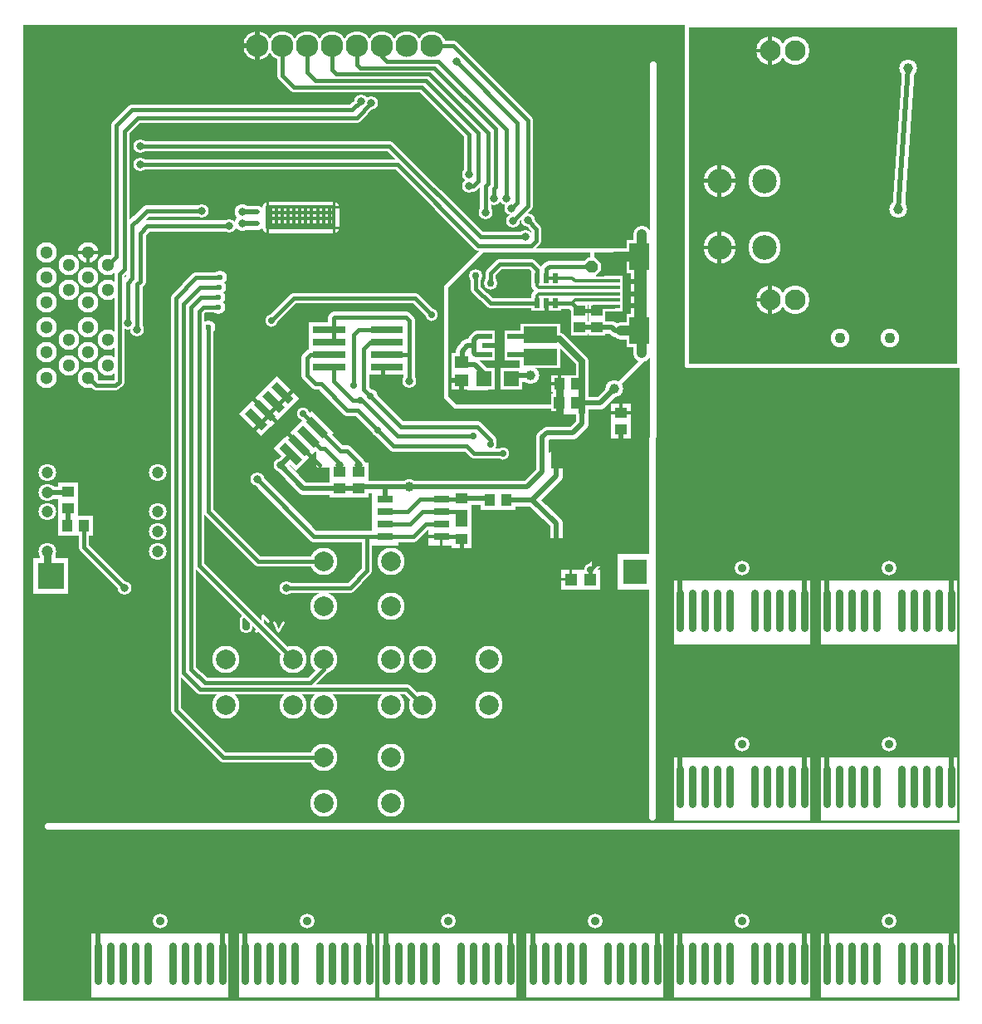
<source format=gbr>
%FSLAX34Y34*%
%MOMM*%
%LNCOPPER_BOTTOM*%
G71*
G01*
%ADD10C, 0.002*%
%ADD11R, 1.590X1.200*%
%ADD12C, 1.150*%
%ADD13R, 4.100X2.300*%
%ADD14C, 1.400*%
%ADD15C, 0.500*%
%ADD16R, 2.200X2.200*%
%ADD17R, 2.000X1.900*%
%ADD18C, 1.800*%
%ADD19C, 1.500*%
%ADD20C, 1.300*%
%ADD21R, 2.800X1.870*%
%ADD22R, 1.900X2.000*%
%ADD23R, 1.950X1.000*%
%ADD24R, 2.600X3.350*%
%ADD25C, 1.350*%
%ADD26C, 1.850*%
%ADD27C, 0.900*%
%ADD28R, 1.800X1.700*%
%ADD29C, 1.300*%
%ADD30C, 0.400*%
%ADD31C, 1.350*%
%ADD32C, 1.200*%
%ADD33C, 1.600*%
%ADD34C, 1.400*%
%ADD35R, 3.200X1.600*%
%ADD36R, 1.700X1.800*%
%ADD37R, 4.100X1.600*%
%ADD38R, 3.100X1.600*%
%ADD39C, 0.700*%
%ADD40R, 1.200X1.590*%
%ADD41C, 1.100*%
%ADD42C, 1.000*%
%ADD43R, 2.000X2.100*%
%ADD44C, 0.150*%
%ADD45C, 0.300*%
%ADD46C, 0.950*%
%ADD47C, 1.800*%
%ADD48C, 1.400*%
%ADD49C, 2.100*%
%ADD50C, 1.800*%
%ADD51C, 1.600*%
%ADD52C, 2.900*%
%ADD53C, 2.800*%
%ADD54C, 0.286*%
%ADD55C, 0.100*%
%ADD56C, 3.300*%
%ADD57C, 1.900*%
%ADD58C, 2.900*%
%ADD59C, 0.498*%
%ADD60C, 0.304*%
%ADD61C, 0.330*%
%ADD62C, 0.367*%
%ADD63C, 0.272*%
%ADD64C, 0.299*%
%ADD65C, 0.475*%
%ADD66C, 0.417*%
%ADD67C, 0.385*%
%ADD68R, 0.990X0.600*%
%ADD69C, 0.550*%
%ADD70R, 3.500X1.700*%
%ADD71C, 0.800*%
%ADD72R, 1.600X1.600*%
%ADD73R, 1.400X1.300*%
%ADD74C, 1.000*%
%ADD75C, 0.700*%
%ADD76R, 1.600X0.670*%
%ADD77R, 1.200X1.100*%
%ADD78R, 1.100X1.200*%
%ADD79C, 0.500*%
%ADD80R, 1.350X0.400*%
%ADD81R, 2.000X2.750*%
%ADD82C, 0.750*%
%ADD83C, 1.250*%
%ADD84C, 0.350*%
%ADD85C, 0.800*%
%ADD86C, 0.280*%
%ADD87C, 3.000*%
%ADD88R, 2.400X0.800*%
%ADD89R, 3.300X0.800*%
%ADD90R, 2.300X0.800*%
%ADD91C, 0.900*%
%ADD92C, 0.750*%
%ADD93R, 0.600X0.990*%
%ADD94C, 2.000*%
%ADD95R, 1.500X3.000*%
%ADD96R, 2.000X3.000*%
%ADD97R, 1.200X1.300*%
%ADD98C, 0.600*%
%ADD99C, 1.300*%
%ADD100C, 2.800*%
%ADD101C, 1.200*%
%ADD102C, 2.300*%
%ADD103C, 2.000*%
%ADD104C, 2.500*%
%ADD105C, 1.100*%
%ADD106C, 2.100*%
%LPD*%
G54D10*
X0Y1000000D02*
X954000Y1000000D01*
X954000Y6000D01*
X0Y6000D01*
X0Y1000000D01*
G36*
X0Y1000000D02*
X954000Y1000000D01*
X954000Y6000D01*
X0Y6000D01*
X0Y1000000D01*
G37*
%LPC*%
X472846Y663380D02*
G54D11*
D03*
X472849Y672785D02*
G54D11*
D03*
X472846Y682380D02*
G54D11*
D03*
X498746Y682380D02*
G54D11*
D03*
X498746Y663380D02*
G54D11*
D03*
G54D12*
X472846Y663380D02*
X461586Y663380D01*
X459447Y665519D01*
X459447Y678616D01*
X463212Y682380D01*
X472846Y682380D01*
X526918Y660912D02*
G54D13*
D03*
X526918Y683912D02*
G54D13*
D03*
G54D12*
X498746Y682380D02*
X534786Y682380D01*
G54D12*
X498746Y663380D02*
X535023Y663380D01*
G54D14*
X546644Y614624D02*
X546644Y633674D01*
G36*
X493267Y681559D02*
X493267Y662509D01*
X542480Y660524D01*
X545453Y673481D01*
X541686Y685527D01*
X493267Y681559D01*
G37*
G54D15*
X493267Y681559D02*
X493267Y662509D01*
X542480Y660524D01*
X545453Y673481D01*
X541686Y685527D01*
X493267Y681559D01*
X497986Y638583D02*
G54D16*
D03*
X469986Y638583D02*
G54D16*
D03*
X447073Y637075D02*
G54D17*
D03*
X447075Y656080D02*
G54D17*
D03*
X517256Y642274D02*
G54D18*
D03*
X602712Y628919D02*
G54D18*
D03*
X343444Y616728D02*
G54D19*
D03*
X353704Y621278D02*
G54D19*
D03*
X361677Y586318D02*
G54D20*
D03*
G36*
X605637Y424127D02*
X605637Y460127D01*
X641637Y460127D01*
X641637Y424127D01*
X605637Y424127D01*
G37*
X336696Y632371D02*
G54D19*
D03*
X426303Y516423D02*
G54D21*
D03*
X426302Y503723D02*
G54D21*
D03*
X426303Y491022D02*
G54D21*
D03*
X426302Y478322D02*
G54D21*
D03*
X369303Y478322D02*
G54D21*
D03*
X369303Y491022D02*
G54D21*
D03*
X369303Y503722D02*
G54D21*
D03*
X369303Y516422D02*
G54D21*
D03*
X446771Y493007D02*
G54D17*
D03*
X446771Y476007D02*
G54D17*
D03*
X446771Y517151D02*
G54D17*
D03*
X446770Y500151D02*
G54D17*
D03*
X475890Y515700D02*
G54D22*
D03*
X492890Y515700D02*
G54D22*
D03*
G36*
X220286Y603375D02*
X231600Y614688D01*
X254226Y592058D01*
X242911Y580746D01*
X220286Y603375D01*
G37*
G36*
X229266Y612355D02*
X240580Y623668D01*
X263206Y601039D01*
X251892Y589726D01*
X229266Y612355D01*
G37*
G36*
X238246Y621336D02*
X249561Y632648D01*
X272186Y610019D01*
X260871Y598706D01*
X238246Y621336D01*
G37*
G36*
X247226Y630313D02*
X258539Y641628D01*
X281167Y619001D01*
X269854Y607687D01*
X247226Y630313D01*
G37*
G36*
X282581Y594959D02*
X293895Y606273D01*
X316522Y583645D01*
X305209Y572331D01*
X282581Y594959D01*
G37*
G36*
X273601Y585977D02*
X284914Y597292D01*
X307543Y574666D01*
X296230Y563351D01*
X273601Y585977D01*
G37*
G36*
X264621Y576998D02*
X275934Y588312D01*
X298562Y565685D01*
X287249Y554371D01*
X264621Y576998D01*
G37*
G36*
X255641Y568018D02*
X266955Y579332D01*
X289582Y556704D01*
X278268Y545391D01*
X255641Y568018D01*
G37*
X44673Y489012D02*
G54D22*
D03*
X61675Y489008D02*
G54D22*
D03*
X601986Y738588D02*
G54D23*
D03*
X601986Y732088D02*
G54D23*
D03*
X601986Y725588D02*
G54D23*
D03*
X601986Y719088D02*
G54D23*
D03*
X601986Y712588D02*
G54D23*
D03*
X628339Y688088D02*
G54D24*
D03*
X628339Y763088D02*
G54D24*
D03*
X461027Y743720D02*
G54D25*
D03*
G36*
X588767Y749414D02*
X583356Y744002D01*
X575678Y744002D01*
X570267Y749414D01*
X570267Y757092D01*
X575678Y762502D01*
X583356Y762502D01*
X588767Y757092D01*
X588767Y749414D01*
G37*
G54D26*
X628736Y763088D02*
X628736Y688088D01*
G54D27*
X601986Y719088D02*
X562784Y719088D01*
X559460Y715764D01*
X476397Y572278D02*
G54D20*
D03*
X458934Y580215D02*
G54D20*
D03*
X489224Y562752D02*
G54D20*
D03*
G54D12*
X523952Y715767D02*
X523952Y723814D01*
X525726Y725588D01*
X601986Y725588D01*
X584909Y691572D02*
G54D28*
D03*
X584909Y708572D02*
G54D28*
D03*
X567050Y691572D02*
G54D28*
D03*
X567050Y708572D02*
G54D28*
D03*
G54D29*
X566653Y691572D02*
X599826Y691572D01*
X603310Y688088D01*
X609660Y688088D01*
X476828Y736649D02*
G54D25*
D03*
G54D29*
X514477Y642274D02*
X496002Y642274D01*
G54D30*
X467666Y770318D02*
X430740Y733393D01*
X430740Y620712D01*
X440281Y611171D01*
X584368Y611171D01*
X637210Y664014D01*
X637210Y769445D01*
X636338Y770318D01*
X467666Y770318D01*
G54D29*
X468795Y634733D02*
X468795Y644570D01*
X460063Y653302D01*
X447472Y653302D01*
G54D31*
X447472Y654889D02*
X447472Y667177D01*
X452981Y672687D01*
X458934Y672687D01*
G54D32*
X322733Y550836D02*
X322733Y552420D01*
X307243Y567911D01*
X302982Y567911D01*
X290572Y580322D01*
G54D32*
X341783Y553611D02*
X329865Y565530D01*
X323324Y565530D01*
X299552Y589302D01*
X223659Y808816D02*
G54D33*
D03*
X223655Y797706D02*
G54D33*
D03*
G54D29*
X238627Y797707D02*
X223655Y797706D01*
G54D29*
X238631Y808816D02*
X223659Y808816D01*
X393577Y529018D02*
G54D33*
D03*
X45240Y524071D02*
G54D17*
D03*
X45237Y507069D02*
G54D17*
D03*
G54D29*
X24453Y523124D02*
X46830Y523124D01*
G54D29*
X45237Y507069D02*
X45237Y489571D01*
X479969Y823102D02*
G54D34*
D03*
X471153Y808731D02*
G54D34*
D03*
X492669Y822706D02*
G54D34*
D03*
X497842Y812784D02*
G54D34*
D03*
X499160Y799594D02*
G54D34*
D03*
X366218Y688888D02*
G54D35*
D03*
X366218Y676188D02*
G54D35*
D03*
X366218Y663488D02*
G54D35*
D03*
X366218Y650788D02*
G54D35*
D03*
X316218Y650788D02*
G54D35*
D03*
X316218Y663488D02*
G54D35*
D03*
X316218Y676188D02*
G54D35*
D03*
X316218Y688888D02*
G54D35*
D03*
G54D32*
X316218Y688888D02*
X316218Y676188D01*
G54D32*
X367012Y688888D02*
X341786Y688888D01*
X336697Y683799D01*
X336696Y632371D01*
G54D32*
X451791Y570293D02*
X377702Y570293D01*
X361677Y586318D01*
G54D32*
X458934Y580215D02*
X381544Y580215D01*
G36*
X292573Y663488D02*
X289072Y659987D01*
X289072Y642319D01*
X303610Y633543D01*
X329950Y607202D01*
X344615Y603380D01*
X345428Y634587D01*
X328362Y651652D01*
X292573Y663488D01*
G37*
G54D30*
X292573Y663488D02*
X289072Y659987D01*
X289072Y642319D01*
X303610Y633543D01*
X329950Y607202D01*
X344615Y603380D01*
X345428Y634587D01*
X328362Y651652D01*
X292573Y663488D01*
G36*
X317250Y701659D02*
X366218Y701659D01*
X366218Y663488D01*
X317250Y663488D01*
X317250Y701659D01*
G37*
G54D30*
X317250Y701659D02*
X366218Y701659D01*
X366218Y663488D01*
X317250Y663488D01*
X317250Y701659D01*
G54D29*
X567216Y614624D02*
X588417Y614624D01*
X602712Y628919D01*
G36*
X462606Y590037D02*
X476397Y572278D01*
X459331Y562752D01*
X451791Y570293D01*
X441671Y588946D01*
X462606Y590037D01*
G37*
G54D30*
X462606Y590037D02*
X476397Y572278D01*
X459331Y562752D01*
X451791Y570293D01*
X441671Y588946D01*
X462606Y590037D01*
X322093Y527484D02*
G54D17*
D03*
X322096Y544486D02*
G54D17*
D03*
X342093Y527484D02*
G54D17*
D03*
X342096Y544486D02*
G54D17*
D03*
G54D32*
X426303Y516423D02*
X446308Y516423D01*
X446770Y515960D01*
G54D32*
X426302Y503723D02*
X442008Y503723D01*
X446770Y498960D01*
G54D32*
X426302Y478322D02*
X443264Y478322D01*
X446770Y474816D01*
G36*
X538144Y623624D02*
X555144Y623624D01*
X555144Y605624D01*
X538144Y605624D01*
X538144Y623624D01*
G37*
X563644Y614624D02*
G54D36*
D03*
X370980Y688888D02*
G54D37*
D03*
X316218Y688888D02*
G54D38*
D03*
X370980Y676188D02*
G54D37*
D03*
X370980Y663488D02*
G54D37*
D03*
X370980Y650788D02*
G54D37*
D03*
X311455Y650788D02*
G54D37*
D03*
X311455Y663488D02*
G54D37*
D03*
X311455Y676188D02*
G54D37*
D03*
X311456Y688888D02*
G54D37*
D03*
G54D32*
X316218Y688888D02*
X316218Y700627D01*
X317250Y701659D01*
X389878Y701659D01*
X393450Y698087D01*
X393450Y664749D01*
X733142Y86067D02*
G54D19*
D03*
X433142Y86067D02*
G54D19*
D03*
X883142Y86067D02*
G54D19*
D03*
X583142Y86067D02*
G54D19*
D03*
G36*
X363237Y8249D02*
X363237Y73249D01*
X502687Y73249D01*
X502687Y8249D01*
X363237Y8249D01*
G37*
G36*
X513237Y8249D02*
X513237Y73249D01*
X652687Y73249D01*
X652687Y8249D01*
X513237Y8249D01*
G37*
G36*
X663237Y8249D02*
X663237Y73249D01*
X802687Y73249D01*
X802687Y8249D01*
X663237Y8249D01*
G37*
G36*
X813237Y8249D02*
X813237Y73249D01*
X952687Y73249D01*
X952687Y8249D01*
X813237Y8249D01*
G37*
X883142Y266067D02*
G54D19*
D03*
X733142Y266066D02*
G54D19*
D03*
G36*
X813237Y188249D02*
X813237Y253249D01*
X952687Y253249D01*
X952687Y188249D01*
X813237Y188249D01*
G37*
G36*
X663237Y188249D02*
X663237Y253249D01*
X802687Y253249D01*
X802687Y188249D01*
X663237Y188249D01*
G37*
X733142Y446067D02*
G54D19*
D03*
G36*
X663237Y368249D02*
X663237Y433249D01*
X802687Y433249D01*
X802687Y368249D01*
X663237Y368249D01*
G37*
X289492Y86067D02*
G54D19*
D03*
G36*
X219587Y8249D02*
X219587Y73249D01*
X359037Y73249D01*
X359037Y8249D01*
X219587Y8249D01*
G37*
X139492Y86067D02*
G54D19*
D03*
G36*
X69587Y8249D02*
X69587Y73249D01*
X209037Y73249D01*
X209037Y8249D01*
X69587Y8249D01*
G37*
G54D29*
X270712Y562362D02*
X270712Y559452D01*
X262096Y550836D01*
G54D39*
X25547Y182705D02*
X964969Y182705D01*
G54D29*
X569375Y605107D02*
X569375Y657179D01*
X546928Y679626D01*
X523808Y679626D01*
X542952Y741666D02*
G54D40*
D03*
X533547Y741664D02*
G54D40*
D03*
X523952Y741666D02*
G54D40*
D03*
X523952Y715767D02*
G54D40*
D03*
X542952Y715766D02*
G54D40*
D03*
X533548Y715764D02*
G54D40*
D03*
G54D12*
X523952Y741666D02*
X523952Y733861D01*
X525725Y732088D01*
X601986Y732088D01*
G54D32*
X533547Y741664D02*
X533547Y750475D01*
X534341Y751268D01*
G54D32*
X548231Y753252D02*
X579517Y753252D01*
G36*
X581739Y753252D02*
X543866Y753252D01*
X543866Y737774D01*
X581739Y737774D01*
X581739Y753252D01*
G37*
G54D30*
X581739Y753252D02*
X543866Y753252D01*
X543866Y737774D01*
X581739Y737774D01*
X581739Y753252D01*
G54D32*
X548231Y753252D02*
X536325Y753252D01*
X534341Y751268D01*
G54D32*
X533548Y715764D02*
X559460Y715764D01*
X566653Y708572D01*
G36*
X546644Y633674D02*
X563644Y633674D01*
X569662Y615140D01*
X569375Y605107D01*
X546640Y605357D01*
X546644Y633674D01*
G37*
G54D30*
X546644Y633674D02*
X563644Y633674D01*
X569662Y615140D01*
X569375Y605107D01*
X546640Y605357D01*
X546644Y633674D01*
G54D32*
X353704Y621278D02*
X384946Y590037D01*
X462606Y590037D01*
X476397Y576246D01*
X476397Y572278D01*
X609561Y587088D02*
G54D17*
D03*
X609561Y604088D02*
G54D17*
D03*
X454166Y847306D02*
G54D34*
D03*
X393450Y636048D02*
G54D34*
D03*
G54D32*
X370980Y663488D02*
X392982Y663488D01*
G54D32*
X393450Y664749D02*
X393450Y636048D01*
G54D29*
X569375Y605107D02*
X569375Y593024D01*
X560534Y584184D01*
X533944Y584184D01*
X529181Y579421D01*
X529181Y544496D01*
X513703Y529018D01*
X393577Y529018D01*
X343626Y529018D01*
X342093Y527484D01*
G54D29*
X446771Y517151D02*
X474439Y517151D01*
X475890Y515700D01*
G54D29*
X492890Y515700D02*
X519039Y515700D01*
X543561Y540223D01*
X543561Y561688D01*
G54D29*
X543561Y461688D02*
X543164Y491575D01*
X519039Y515700D01*
G36*
X543561Y540223D02*
X545545Y561688D01*
X528877Y560860D01*
X529181Y544496D01*
X513703Y529018D01*
X451494Y528224D01*
X446771Y517151D01*
X520489Y517151D01*
X543561Y540223D01*
G37*
G54D15*
X543561Y540223D02*
X545545Y561688D01*
X528877Y560860D01*
X529181Y544496D01*
X513703Y529018D01*
X451494Y528224D01*
X446771Y517151D01*
X520489Y517151D01*
X543561Y540223D01*
G54D39*
X641922Y192278D02*
X642716Y959438D01*
X546644Y633674D02*
G54D36*
D03*
X563644Y633674D02*
G54D36*
D03*
G36*
X248808Y813833D02*
X248804Y792689D01*
X316197Y792689D01*
X316201Y813833D01*
X248808Y813833D01*
G37*
G54D41*
X248808Y813833D02*
X248804Y792689D01*
X316197Y792689D01*
X316201Y813833D01*
X248808Y813833D01*
X416330Y704570D02*
G54D20*
D03*
X253135Y698538D02*
G54D20*
D03*
G54D42*
X253135Y698538D02*
X275698Y721100D01*
X399800Y721100D01*
X416330Y704570D01*
G54D42*
X523952Y715767D02*
X476114Y715767D01*
X461027Y730854D01*
X461027Y743720D01*
G54D42*
X523952Y741666D02*
X523952Y749750D01*
X518069Y755634D01*
X485525Y755634D01*
X476828Y746937D01*
X476828Y736649D01*
G54D30*
X579517Y753252D02*
X579517Y769298D01*
X454166Y835399D02*
G54D34*
D03*
G54D32*
X366218Y676188D02*
X353692Y676188D01*
X347016Y669512D01*
X347016Y627968D01*
X353704Y621278D01*
G54D42*
X489224Y562752D02*
X459331Y562752D01*
X451791Y570293D01*
G54D32*
X463784Y840256D02*
X458928Y835399D01*
X454166Y835399D01*
G54D32*
X471153Y808731D02*
X471153Y835718D01*
X472825Y837390D01*
G54D32*
X479969Y823102D02*
X479969Y832628D01*
X481556Y834215D01*
X285361Y603492D02*
G54D20*
D03*
G36*
X339884Y550837D02*
X300197Y550838D01*
X300197Y568798D01*
X288672Y580323D01*
X297652Y589303D01*
X321425Y565531D01*
X327966Y565531D01*
X339884Y553612D01*
X339884Y550837D01*
G37*
G54D30*
X339884Y550837D02*
X300197Y550838D01*
X300197Y568798D01*
X288672Y580323D01*
X297652Y589303D01*
X321425Y565531D01*
X327966Y565531D01*
X339884Y553612D01*
X339884Y550837D01*
G54D29*
X342093Y527484D02*
X285448Y527484D01*
X262096Y550836D01*
G54D32*
X285361Y603492D02*
X299552Y589302D01*
X558512Y434257D02*
G54D43*
D03*
X578354Y434414D02*
G54D43*
D03*
G36*
X453735Y628316D02*
X472785Y628316D01*
X472785Y647366D01*
X453735Y647366D01*
X453735Y628316D01*
G37*
G54D44*
X453735Y628316D02*
X472785Y628316D01*
X472785Y647366D01*
X453735Y647366D01*
X453735Y628316D01*
G36*
X508147Y641731D02*
X520053Y641731D01*
X520053Y663162D01*
X508147Y663162D01*
X508147Y641731D01*
G37*
G54D45*
X508147Y641731D02*
X520053Y641731D01*
X520053Y663162D01*
X508147Y663162D01*
X508147Y641731D01*
X238272Y536162D02*
G54D34*
D03*
G54D46*
X601986Y738588D02*
X562784Y738588D01*
X559707Y741664D01*
X533547Y741664D01*
G54D32*
X369303Y478322D02*
X296112Y478322D01*
X238272Y536162D01*
G54D32*
X426303Y491022D02*
X410620Y491022D01*
X397920Y478322D01*
X369303Y478322D01*
G54D32*
X426302Y503723D02*
X407445Y503723D01*
X394744Y491022D01*
X369303Y491022D01*
G54D32*
X426303Y516423D02*
X404270Y516423D01*
X391570Y503723D01*
X369303Y503722D01*
G36*
X397920Y478322D02*
X369303Y478322D01*
X369303Y525112D01*
X372812Y528621D01*
X414104Y528621D01*
X426303Y516423D01*
X426303Y491022D01*
X410620Y491022D01*
X397920Y478322D01*
G37*
G54D30*
X397920Y478322D02*
X369303Y478322D01*
X369303Y525112D01*
X372812Y528621D01*
X414104Y528621D01*
X426303Y516423D01*
X426303Y491022D01*
X410620Y491022D01*
X397920Y478322D01*
G54D29*
X369303Y516422D02*
X369303Y529080D01*
G54D32*
X305105Y663488D02*
X292573Y663488D01*
X289072Y659987D01*
X289072Y642319D01*
X297848Y633543D01*
G54D32*
X316218Y650788D02*
X316218Y636810D01*
X336300Y616728D01*
X345031Y616728D01*
X381544Y580215D01*
G54D32*
X297848Y633543D02*
X303610Y633543D01*
X329950Y607202D01*
X340792Y607202D01*
X361677Y586318D01*
G54D47*
X630839Y688088D02*
X630839Y665204D01*
G54D47*
X630839Y785971D02*
X630839Y763088D01*
G54D47*
X628339Y688088D02*
X609660Y688088D01*
X200172Y742537D02*
G54D48*
D03*
X199344Y732184D02*
G54D48*
D03*
X199222Y722140D02*
G54D48*
D03*
X198791Y711787D02*
G54D48*
D03*
X188713Y691390D02*
G54D48*
D03*
X344285Y921801D02*
G54D34*
D03*
X209697Y794528D02*
G54D34*
D03*
X181776Y810353D02*
G54D34*
D03*
X512181Y783746D02*
G54D34*
D03*
X514431Y800415D02*
G54D34*
D03*
G54D42*
X512181Y783746D02*
X466144Y783746D01*
G54D42*
X514431Y800415D02*
X523294Y791552D01*
X523294Y779909D01*
X518018Y774633D01*
X464145Y774633D01*
X578354Y444126D02*
G54D20*
D03*
G54D42*
X578354Y434414D02*
X578354Y444126D01*
X587442Y453215D01*
X354554Y919673D02*
G54D34*
D03*
G36*
X238627Y797707D02*
X253750Y797707D01*
X253750Y808815D01*
X238627Y808815D01*
X238627Y797707D01*
G37*
G54D30*
X238627Y797707D02*
X253750Y797707D01*
X253750Y808815D01*
X238627Y808815D01*
X238627Y797707D01*
X883142Y446067D02*
G54D19*
D03*
G36*
X813237Y368249D02*
X813237Y433249D01*
X952687Y433249D01*
X952687Y368249D01*
X813237Y368249D01*
G37*
X23806Y767680D02*
G54D49*
D03*
X23806Y742180D02*
G54D49*
D03*
X23806Y716680D02*
G54D49*
D03*
X23806Y691180D02*
G54D49*
D03*
X23806Y665680D02*
G54D49*
D03*
X23806Y640180D02*
G54D49*
D03*
X66082Y767680D02*
G54D49*
D03*
X66081Y742180D02*
G54D49*
D03*
X66081Y691180D02*
G54D49*
D03*
X66081Y665680D02*
G54D49*
D03*
X66081Y640181D02*
G54D49*
D03*
X46081Y754930D02*
G54D49*
D03*
X46081Y729430D02*
G54D49*
D03*
X46081Y652930D02*
G54D49*
D03*
X86082Y754930D02*
G54D49*
D03*
X86082Y729430D02*
G54D49*
D03*
X86081Y652930D02*
G54D49*
D03*
X46081Y678430D02*
G54D49*
D03*
X86081Y678430D02*
G54D49*
D03*
X66079Y716680D02*
G54D49*
D03*
G36*
X45944Y420006D02*
X9944Y420006D01*
X9944Y456006D01*
X45944Y456006D01*
X45944Y420006D01*
G37*
G54D29*
X24453Y523124D02*
X46830Y523124D01*
X137290Y543125D02*
G54D50*
D03*
X137290Y503125D02*
G54D50*
D03*
X137290Y483125D02*
G54D50*
D03*
X137290Y463125D02*
G54D50*
D03*
X24453Y543124D02*
G54D50*
D03*
X24453Y523124D02*
G54D50*
D03*
X24453Y503124D02*
G54D50*
D03*
X24453Y463124D02*
G54D50*
D03*
G54D51*
X24453Y463124D02*
X24457Y443081D01*
X29532Y438006D01*
X238572Y978303D02*
G54D52*
D03*
X263972Y978303D02*
G54D52*
D03*
X289372Y978303D02*
G54D52*
D03*
X314772Y978303D02*
G54D52*
D03*
X340172Y978303D02*
G54D52*
D03*
X365572Y978303D02*
G54D52*
D03*
X390972Y978303D02*
G54D52*
D03*
X416372Y978303D02*
G54D52*
D03*
G54D42*
X263972Y975922D02*
X263972Y948214D01*
X275975Y936212D01*
X406150Y936212D01*
X452981Y889381D01*
G54D42*
X289372Y975525D02*
X289372Y951389D01*
X297803Y942959D01*
X410119Y942959D01*
G54D42*
X314772Y974731D02*
X314772Y954168D01*
X319234Y949706D01*
X413691Y949706D01*
X473619Y889778D01*
G54D42*
X340172Y974731D02*
X340172Y959327D01*
X343444Y956056D01*
X419247Y956056D01*
G54D42*
X454166Y847306D02*
X454166Y888196D01*
X452981Y889381D01*
G54D42*
X463784Y840256D02*
X463784Y889293D01*
X410119Y942959D01*
G54D42*
X473619Y889778D02*
X473619Y838184D01*
X472825Y837390D01*
G54D42*
X481556Y834215D02*
X481556Y893746D01*
X419247Y956056D01*
G54D42*
X365572Y978303D02*
X365572Y967661D01*
X370828Y962406D01*
X423216Y962406D01*
X489097Y896524D01*
G54D42*
X492669Y822706D02*
X492669Y892952D01*
X489097Y896524D01*
X441472Y962406D02*
G54D34*
D03*
G54D42*
X503781Y850090D02*
X503781Y897715D01*
G54D42*
X503781Y897715D02*
X503781Y900096D01*
X441472Y962406D01*
G54D42*
X503781Y850090D02*
X503781Y818723D01*
X497842Y812784D01*
G54D42*
X416372Y978303D02*
X438671Y978303D01*
X514656Y902318D01*
X514656Y815090D01*
X499160Y799594D01*
G36*
X263972Y978303D02*
X263972Y948214D01*
X275975Y936212D01*
X406150Y936212D01*
X454166Y888196D01*
X454166Y835399D01*
X458928Y835399D01*
X463784Y840256D01*
X466616Y840256D01*
X471153Y835718D01*
X471153Y808731D01*
X471153Y814287D01*
X479969Y823102D01*
X492272Y823102D01*
X492669Y822706D01*
X492669Y817956D01*
X497842Y812784D01*
X497842Y800911D01*
X499160Y799594D01*
X514656Y815090D01*
X514656Y902318D01*
X438671Y978303D01*
X263972Y978303D01*
G37*
G54D30*
X263972Y978303D02*
X263972Y948214D01*
X275975Y936212D01*
X406150Y936212D01*
X454166Y888196D01*
X454166Y835399D01*
X458928Y835399D01*
X463784Y840256D01*
X466616Y840256D01*
X471153Y835718D01*
X471153Y808731D01*
X471153Y814287D01*
X479969Y823102D01*
X492272Y823102D01*
X492669Y822706D01*
X492669Y817956D01*
X497842Y812784D01*
X497842Y800911D01*
X499160Y799594D01*
X514656Y815090D01*
X514656Y902318D01*
X438671Y978303D01*
X263972Y978303D01*
G54D42*
X86082Y754930D02*
X95000Y763848D01*
X95000Y897080D01*
X110876Y912956D01*
X335440Y912956D01*
X344285Y921801D01*
X306678Y352584D02*
G54D53*
D03*
X374678Y352584D02*
G54D53*
D03*
X374678Y306584D02*
G54D53*
D03*
X306678Y306584D02*
G54D53*
D03*
X306678Y252584D02*
G54D53*
D03*
X374678Y252584D02*
G54D53*
D03*
X374678Y206584D02*
G54D53*
D03*
X306678Y206584D02*
G54D53*
D03*
X406678Y352584D02*
G54D53*
D03*
X474678Y352584D02*
G54D53*
D03*
X474678Y306584D02*
G54D53*
D03*
X406678Y306584D02*
G54D53*
D03*
X206678Y352584D02*
G54D53*
D03*
X274678Y352584D02*
G54D53*
D03*
X274678Y306584D02*
G54D53*
D03*
X206678Y306584D02*
G54D53*
D03*
X306678Y452584D02*
G54D53*
D03*
X374678Y452584D02*
G54D53*
D03*
X374678Y406584D02*
G54D53*
D03*
X306678Y406584D02*
G54D53*
D03*
G54D54*
X264857Y390547D02*
X260057Y381547D01*
X255257Y390547D01*
G54D54*
X249657Y391547D02*
X243657Y397547D01*
X243657Y381547D01*
G54D54*
X237097Y381547D02*
X238057Y381547D01*
X238057Y382347D01*
X237097Y382347D01*
X237097Y381547D01*
X238057Y381547D01*
G54D54*
X221897Y394547D02*
X221897Y384547D01*
X223097Y382547D01*
X225497Y381547D01*
X227897Y381547D01*
X230297Y382547D01*
X231497Y384547D01*
X231497Y394547D01*
X230297Y396547D01*
X227897Y397547D01*
X225497Y397547D01*
X223097Y396547D01*
X221897Y394547D01*
X262096Y550836D02*
G54D34*
D03*
X322096Y550836D02*
G54D34*
D03*
X342096Y550836D02*
G54D34*
D03*
G54D42*
X188713Y691390D02*
X188713Y503330D01*
X239458Y452584D01*
X306678Y452584D01*
G54D42*
X198791Y711787D02*
X183710Y711787D01*
X179138Y707215D01*
X179138Y448125D01*
X274678Y352584D01*
G54D42*
X199222Y722140D02*
X181362Y722140D01*
X171200Y711978D01*
X171200Y343042D01*
X184852Y329390D01*
X293008Y329390D01*
X306678Y343060D01*
X306678Y352584D01*
G54D42*
X200172Y742537D02*
X176359Y742537D01*
X155325Y721502D01*
X155325Y300815D01*
X203556Y252584D01*
X306678Y252584D01*
G54D42*
X354554Y919673D02*
X340136Y905256D01*
X116431Y905256D01*
X102750Y891574D01*
X102750Y750842D01*
X97988Y746080D01*
X97988Y635590D01*
X94206Y631809D01*
X74453Y631809D01*
X66081Y640181D01*
G36*
X179138Y707215D02*
X163262Y715152D01*
X155325Y721502D01*
X176359Y742537D01*
X200172Y742537D01*
X198791Y711787D01*
X183710Y711787D01*
X179138Y707215D01*
G37*
G54D55*
X179138Y707215D02*
X163262Y715152D01*
X155325Y721502D01*
X176359Y742537D01*
X200172Y742537D01*
X198791Y711787D01*
X183710Y711787D01*
X179138Y707215D01*
X118812Y876442D02*
G54D34*
D03*
X118812Y857392D02*
G54D34*
D03*
G36*
X102750Y750842D02*
X88650Y750842D01*
X88650Y762142D01*
X102750Y762142D01*
X102750Y750842D01*
G37*
G54D30*
X102750Y750842D02*
X88650Y750842D01*
X88650Y762142D01*
X102750Y762142D01*
X102750Y750842D01*
G54D32*
X106112Y695468D02*
X106112Y736742D01*
X110688Y741318D01*
X110688Y795292D01*
X117225Y801830D01*
G54D32*
X181776Y810353D02*
X125748Y810353D01*
X117225Y801830D01*
G54D32*
X209697Y794528D02*
X125798Y794528D01*
X118812Y787542D01*
X118812Y738330D01*
X115638Y735155D01*
X115638Y689118D01*
X106112Y695468D02*
G54D34*
D03*
X115638Y689118D02*
G54D34*
D03*
G54D42*
X268038Y425592D02*
X333125Y425592D01*
X350588Y443055D01*
X350588Y477980D01*
X268038Y425592D02*
G54D34*
D03*
X102938Y425592D02*
G54D34*
D03*
G54D42*
X61675Y489008D02*
X61675Y466855D01*
X102938Y425592D01*
G54D42*
X199344Y732184D02*
X180294Y732184D01*
X163262Y715152D01*
X163262Y338915D01*
X179772Y322405D01*
X390858Y322405D01*
X406678Y306584D01*
G54D42*
X118812Y857392D02*
X381385Y857392D01*
X464145Y774633D01*
G54D42*
X118812Y876442D02*
X373448Y876442D01*
X466144Y783746D01*
X709884Y772781D02*
G54D56*
D03*
X709884Y840781D02*
G54D56*
D03*
X755884Y840781D02*
G54D56*
D03*
X755884Y772781D02*
G54D56*
D03*
X832685Y680459D02*
G54D57*
D03*
X883486Y680459D02*
G54D57*
D03*
X761576Y719516D02*
G54D58*
D03*
X786976Y719515D02*
G54D58*
D03*
X761576Y973515D02*
G54D58*
D03*
X786976Y973515D02*
G54D58*
D03*
X891866Y811931D02*
G54D18*
D03*
X902767Y955342D02*
G54D18*
D03*
G54D29*
X891866Y811931D02*
X902767Y955342D01*
G54D30*
X676547Y652131D02*
X676547Y999794D01*
X954359Y999794D01*
X954359Y652131D01*
X676547Y652131D01*
%LPD*%
G54D59*
G36*
X447073Y634584D02*
X436573Y634584D01*
X436573Y639566D01*
X447073Y639566D01*
X447073Y634584D01*
G37*
G36*
X449564Y637075D02*
X449564Y627075D01*
X444582Y627075D01*
X444582Y637075D01*
X449564Y637075D01*
G37*
G54D60*
G36*
X427820Y478322D02*
X427820Y468472D01*
X424784Y468472D01*
X424784Y478322D01*
X427820Y478322D01*
G37*
G36*
X426302Y476804D02*
X411802Y476804D01*
X411802Y479840D01*
X426302Y479840D01*
X426302Y476804D01*
G37*
G36*
X426302Y479840D02*
X440802Y479840D01*
X440802Y476804D01*
X426302Y476804D01*
X426302Y479840D01*
G37*
G54D61*
G36*
X609561Y602438D02*
X599061Y602438D01*
X599061Y605738D01*
X609561Y605738D01*
X609561Y602438D01*
G37*
G36*
X607911Y604088D02*
X607911Y614088D01*
X611211Y614088D01*
X611211Y604088D01*
X607911Y604088D01*
G37*
G36*
X609561Y605738D02*
X620061Y605738D01*
X620061Y602438D01*
X609561Y602438D01*
X609561Y605738D01*
G37*
G54D62*
G36*
X544810Y633674D02*
X544810Y643174D01*
X548478Y643174D01*
X548478Y633674D01*
X544810Y633674D01*
G37*
G36*
X546644Y631840D02*
X537644Y631840D01*
X537644Y635508D01*
X546644Y635508D01*
X546644Y631840D01*
G37*
G54D63*
G36*
X558512Y432897D02*
X548012Y432897D01*
X548012Y435617D01*
X558512Y435617D01*
X558512Y432897D01*
G37*
G36*
X557152Y434257D02*
X557152Y445257D01*
X559872Y445257D01*
X559872Y434257D01*
X557152Y434257D01*
G37*
G54D64*
G36*
X66082Y769176D02*
X77082Y769176D01*
X77082Y766186D01*
X66082Y766186D01*
X66082Y769176D01*
G37*
G36*
X67577Y767680D02*
X67577Y756680D01*
X64587Y756680D01*
X64587Y767680D01*
X67577Y767680D01*
G37*
G36*
X66082Y766186D02*
X55082Y766186D01*
X55082Y769176D01*
X66082Y769176D01*
X66082Y766186D01*
G37*
G54D65*
G36*
X236195Y978303D02*
X236195Y993303D01*
X240949Y993303D01*
X240949Y978303D01*
X236195Y978303D01*
G37*
G36*
X240949Y978303D02*
X240949Y963303D01*
X236195Y963303D01*
X236195Y978303D01*
X240949Y978303D01*
G37*
G36*
X238572Y975926D02*
X223572Y975926D01*
X223572Y980680D01*
X238572Y980680D01*
X238572Y975926D01*
G37*
G54D66*
G36*
X709884Y770698D02*
X692884Y770698D01*
X692884Y774865D01*
X709884Y774865D01*
X709884Y770698D01*
G37*
G36*
X707800Y772781D02*
X707800Y789781D01*
X711967Y789781D01*
X711967Y772781D01*
X707800Y772781D01*
G37*
G36*
X709884Y774865D02*
X726884Y774865D01*
X726884Y770698D01*
X709884Y770698D01*
X709884Y774865D01*
G37*
G36*
X711967Y772781D02*
X711967Y755781D01*
X707800Y755781D01*
X707800Y772781D01*
X711967Y772781D01*
G37*
G54D66*
G36*
X709884Y842865D02*
X726884Y842865D01*
X726884Y838698D01*
X709884Y838698D01*
X709884Y842865D01*
G37*
G36*
X711967Y840781D02*
X711967Y823781D01*
X707800Y823781D01*
X707800Y840781D01*
X711967Y840781D01*
G37*
G36*
X709884Y838698D02*
X692884Y838698D01*
X692884Y842865D01*
X709884Y842865D01*
X709884Y838698D01*
G37*
G36*
X707800Y840781D02*
X707800Y857781D01*
X711967Y857781D01*
X711967Y840781D01*
X707800Y840781D01*
G37*
G54D67*
G36*
X759651Y719516D02*
X759651Y734516D01*
X763501Y734516D01*
X763501Y719516D01*
X759651Y719516D01*
G37*
G36*
X763501Y719516D02*
X763501Y704516D01*
X759651Y704516D01*
X759651Y719516D01*
X763501Y719516D01*
G37*
G36*
X761576Y717590D02*
X746576Y717590D01*
X746576Y721440D01*
X761576Y721440D01*
X761576Y717590D01*
G37*
G54D67*
G36*
X759651Y973515D02*
X759651Y988515D01*
X763501Y988515D01*
X763501Y973515D01*
X759651Y973515D01*
G37*
G36*
X763501Y973515D02*
X763501Y958515D01*
X759651Y958515D01*
X759651Y973515D01*
X763501Y973515D01*
G37*
G36*
X761576Y971590D02*
X746576Y971590D01*
X746576Y975440D01*
X761576Y975440D01*
X761576Y971590D01*
G37*
X472846Y663380D02*
G54D68*
D03*
X472849Y672785D02*
G54D68*
D03*
X472846Y682380D02*
G54D68*
D03*
X498746Y682380D02*
G54D68*
D03*
X498746Y663380D02*
G54D68*
D03*
G54D69*
X472846Y663380D02*
X461586Y663380D01*
X459447Y665519D01*
X459447Y678616D01*
X463212Y682380D01*
X472846Y682380D01*
X526918Y660912D02*
G54D70*
D03*
X526918Y683912D02*
G54D70*
D03*
G54D69*
X498746Y682380D02*
X534786Y682380D01*
G54D69*
X498746Y663380D02*
X535023Y663380D01*
G54D71*
X546644Y614624D02*
X546644Y633674D01*
X497986Y638583D02*
G54D72*
D03*
X469986Y638583D02*
G54D72*
D03*
X447073Y637075D02*
G54D73*
D03*
X447075Y656080D02*
G54D73*
D03*
X517256Y642274D02*
G54D74*
D03*
X602712Y628919D02*
G54D74*
D03*
X343444Y616728D02*
G54D75*
D03*
X353704Y621278D02*
G54D75*
D03*
X361677Y586318D02*
G54D75*
D03*
G36*
X611637Y430127D02*
X611637Y454127D01*
X635637Y454127D01*
X635637Y430127D01*
X611637Y430127D01*
G37*
X336696Y632371D02*
G54D75*
D03*
X369499Y551773D02*
G54D75*
D03*
X426303Y516423D02*
G54D76*
D03*
X426302Y503723D02*
G54D76*
D03*
X426303Y491022D02*
G54D76*
D03*
X426302Y478322D02*
G54D76*
D03*
X369303Y478322D02*
G54D76*
D03*
X369303Y491022D02*
G54D76*
D03*
X369303Y503722D02*
G54D76*
D03*
X369303Y516422D02*
G54D76*
D03*
X446771Y493007D02*
G54D77*
D03*
X446771Y476007D02*
G54D77*
D03*
X446771Y517151D02*
G54D77*
D03*
X446770Y500151D02*
G54D77*
D03*
X475890Y515700D02*
G54D78*
D03*
X492890Y515700D02*
G54D78*
D03*
G54D30*
X446771Y474816D02*
X446771Y462981D01*
G36*
X225943Y603374D02*
X231600Y609031D01*
X248569Y592059D01*
X242912Y586402D01*
X225943Y603374D01*
G37*
G36*
X234923Y612354D02*
X240580Y618011D01*
X257549Y601040D01*
X251892Y595383D01*
X234923Y612354D01*
G37*
G36*
X243903Y621335D02*
X249560Y626992D01*
X266529Y610019D01*
X260872Y604363D01*
X243903Y621335D01*
G37*
G36*
X252883Y630314D02*
X258539Y635971D01*
X275510Y619001D01*
X269854Y613344D01*
X252883Y630314D01*
G37*
G36*
X288238Y594959D02*
X293895Y600616D01*
X310865Y583645D01*
X305209Y577988D01*
X288238Y594959D01*
G37*
G36*
X279258Y585978D02*
X284914Y591635D01*
X301886Y574666D01*
X296229Y569008D01*
X279258Y585978D01*
G37*
G36*
X270278Y576998D02*
X275934Y582655D01*
X292905Y565685D01*
X287249Y560028D01*
X270278Y576998D01*
G37*
G36*
X261298Y568018D02*
X266955Y573675D01*
X283925Y556704D01*
X278268Y551047D01*
X261298Y568018D01*
G37*
G54D30*
X302096Y550836D02*
X225995Y626938D01*
G54D30*
X278531Y631113D02*
X219703Y572284D01*
X256925Y735790D02*
G54D79*
D03*
X584208Y599001D02*
G54D75*
D03*
X509278Y543042D02*
G54D75*
D03*
G54D69*
X472849Y672785D02*
X486009Y672785D01*
X44673Y489012D02*
G54D78*
D03*
X61675Y489008D02*
G54D78*
D03*
X252420Y462079D02*
G54D75*
D03*
X200666Y517637D02*
G54D75*
D03*
X561821Y889398D02*
G54D75*
D03*
X601986Y738588D02*
G54D80*
D03*
X601986Y732088D02*
G54D80*
D03*
X601986Y725588D02*
G54D80*
D03*
X601986Y719088D02*
G54D80*
D03*
X601986Y712588D02*
G54D80*
D03*
X628339Y688088D02*
G54D81*
D03*
X628339Y763088D02*
G54D81*
D03*
X461027Y743720D02*
G54D82*
D03*
G36*
X585767Y750658D02*
X582111Y747002D01*
X576923Y747002D01*
X573267Y750658D01*
X573267Y755846D01*
X576923Y759502D01*
X582111Y759502D01*
X585767Y755846D01*
X585767Y750658D01*
G37*
G54D83*
X628736Y763088D02*
X628736Y688088D01*
G54D30*
X601986Y712588D02*
X581288Y712588D01*
G54D45*
X601986Y719088D02*
X562784Y719088D01*
X559460Y715764D01*
X476397Y572278D02*
G54D75*
D03*
X458934Y580215D02*
G54D75*
D03*
X489224Y562752D02*
G54D75*
D03*
X512771Y622417D02*
G54D75*
D03*
G54D84*
X523952Y715767D02*
X523952Y723814D01*
X525726Y725588D01*
X601986Y725588D01*
X584909Y691572D02*
G54D77*
D03*
X584909Y708572D02*
G54D77*
D03*
X567050Y691572D02*
G54D77*
D03*
X567050Y708572D02*
G54D77*
D03*
G54D30*
X584909Y708572D02*
X566653Y708572D01*
G54D15*
X566653Y691572D02*
X599826Y691572D01*
X603310Y688088D01*
X609660Y688088D01*
X476828Y736649D02*
G54D82*
D03*
G54D15*
X514477Y642274D02*
X496002Y642274D01*
X510786Y702586D02*
G54D75*
D03*
G54D15*
X468795Y634733D02*
X468795Y644570D01*
X460063Y653302D01*
X447472Y653302D01*
G54D69*
X447472Y654889D02*
X447472Y667177D01*
X452981Y672687D01*
X458934Y672687D01*
X578652Y672820D02*
G54D75*
D03*
G54D30*
X322733Y550836D02*
X322733Y552420D01*
X307243Y567911D01*
X302982Y567911D01*
X290572Y580322D01*
G54D30*
X341783Y553611D02*
X329865Y565530D01*
X323324Y565530D01*
X299552Y589302D01*
X314333Y498116D02*
G54D75*
D03*
X223659Y808816D02*
G54D85*
D03*
X223655Y797706D02*
G54D85*
D03*
G54D15*
X238627Y797707D02*
X223655Y797706D01*
G54D15*
X238631Y808816D02*
X223659Y808816D01*
G54D86*
X248808Y813833D02*
X248808Y827839D01*
G54D86*
X316201Y813833D02*
X316201Y827839D01*
G54D86*
X248804Y782446D02*
X248804Y792689D01*
G54D86*
X316197Y781652D02*
X316197Y792689D01*
G54D86*
X316201Y813833D02*
X324062Y813833D01*
G54D86*
X316197Y792689D02*
X324059Y792689D01*
X487053Y485892D02*
G54D75*
D03*
X463240Y446204D02*
G54D75*
D03*
X393577Y529018D02*
G54D74*
D03*
X526740Y595429D02*
G54D75*
D03*
X565634Y521611D02*
G54D75*
D03*
X560475Y487876D02*
G54D75*
D03*
X45240Y524071D02*
G54D77*
D03*
X45237Y507069D02*
G54D77*
D03*
G54D15*
X24453Y523124D02*
X46830Y523124D01*
G54D15*
X45237Y507069D02*
X45237Y489571D01*
X285758Y508911D02*
G54D75*
D03*
X479969Y823102D02*
G54D85*
D03*
X471153Y808731D02*
G54D85*
D03*
X492669Y822706D02*
G54D85*
D03*
X497842Y812784D02*
G54D85*
D03*
X499160Y799594D02*
G54D85*
D03*
X393311Y430726D02*
G54D75*
D03*
X575080Y839110D02*
G54D87*
D03*
X366218Y688888D02*
G54D88*
D03*
X366218Y676188D02*
G54D88*
D03*
X366218Y663488D02*
G54D88*
D03*
X366218Y650788D02*
G54D88*
D03*
X316218Y650788D02*
G54D88*
D03*
X316218Y663488D02*
G54D88*
D03*
X316218Y676188D02*
G54D88*
D03*
X316218Y688888D02*
G54D88*
D03*
G54D30*
X316218Y688888D02*
X316218Y676188D01*
G54D30*
X366218Y630633D02*
X366218Y650788D01*
X460780Y622020D02*
G54D75*
D03*
X372277Y634720D02*
G54D75*
D03*
X415140Y605748D02*
G54D75*
D03*
G54D30*
X367012Y688888D02*
X341786Y688888D01*
X336697Y683799D01*
X336696Y632371D01*
G54D30*
X451791Y570293D02*
X377702Y570293D01*
X361677Y586318D01*
G54D30*
X458934Y580215D02*
X381544Y580215D01*
G54D15*
X567216Y614624D02*
X588417Y614624D01*
X602712Y628919D01*
X322093Y527484D02*
G54D77*
D03*
X322096Y544486D02*
G54D77*
D03*
X342093Y527484D02*
G54D77*
D03*
X342096Y544486D02*
G54D77*
D03*
X333383Y577570D02*
G54D75*
D03*
G54D30*
X426303Y516423D02*
X446308Y516423D01*
X446770Y515960D01*
G54D30*
X426302Y503723D02*
X442008Y503723D01*
X446770Y498960D01*
G54D30*
X426302Y478322D02*
X443264Y478322D01*
X446770Y474816D01*
G36*
X541144Y620624D02*
X552144Y620624D01*
X552144Y608624D01*
X541144Y608624D01*
X541144Y620624D01*
G37*
X563644Y614624D02*
G54D78*
D03*
X625880Y632339D02*
G54D75*
D03*
X370980Y688888D02*
G54D89*
D03*
X316218Y688888D02*
G54D90*
D03*
X370980Y676188D02*
G54D89*
D03*
X370980Y663488D02*
G54D89*
D03*
X370980Y650788D02*
G54D89*
D03*
X311455Y650788D02*
G54D89*
D03*
X311455Y663488D02*
G54D89*
D03*
X311455Y676188D02*
G54D89*
D03*
X311456Y688888D02*
G54D89*
D03*
G54D30*
X316218Y688888D02*
X316218Y700627D01*
X317250Y701659D01*
X389878Y701659D01*
X393450Y698087D01*
X393450Y664749D01*
X946643Y174275D02*
G54D75*
D03*
G54D30*
X946643Y60667D02*
X946643Y174275D01*
X796642Y174275D02*
G54D91*
D03*
X669642Y174275D02*
G54D91*
D03*
G54D15*
X796642Y60667D02*
X796642Y174275D01*
G54D15*
X669642Y60667D02*
X669642Y174275D01*
X733142Y86067D02*
G54D91*
D03*
X496642Y174275D02*
G54D91*
D03*
X369642Y174275D02*
G54D91*
D03*
G54D15*
X496642Y60667D02*
X496642Y174275D01*
G54D15*
X369642Y60667D02*
X369642Y174275D01*
X433142Y86067D02*
G54D91*
D03*
X946643Y174275D02*
G54D91*
D03*
X819642Y174275D02*
G54D91*
D03*
G54D15*
X946643Y60667D02*
X946643Y174275D01*
G54D15*
X819642Y60667D02*
X819642Y174275D01*
X883142Y86067D02*
G54D91*
D03*
X646642Y174275D02*
G54D91*
D03*
X519642Y174275D02*
G54D91*
D03*
G54D15*
X519642Y60667D02*
X519642Y174275D01*
G54D15*
X646642Y60667D02*
X646642Y174275D01*
X583142Y86067D02*
G54D91*
D03*
G54D92*
X484042Y60667D02*
X484042Y25267D01*
G54D92*
X471242Y60667D02*
X471242Y25267D01*
G54D92*
X458542Y60667D02*
X458542Y25267D01*
G54D92*
X445942Y60667D02*
X445942Y25267D01*
G54D92*
X420442Y60667D02*
X420442Y25267D01*
G54D92*
X496642Y60667D02*
X496642Y25267D01*
G54D92*
X407742Y60667D02*
X407742Y25267D01*
G54D92*
X395142Y60667D02*
X395142Y25267D01*
G54D92*
X382342Y60667D02*
X382342Y25267D01*
G54D92*
X369642Y60667D02*
X369642Y25267D01*
G54D92*
X634043Y60667D02*
X634042Y25267D01*
G54D92*
X621242Y60667D02*
X621242Y25267D01*
G54D92*
X608542Y60667D02*
X608542Y25267D01*
G54D92*
X595942Y60667D02*
X595942Y25267D01*
G54D92*
X570442Y60667D02*
X570442Y25267D01*
G54D92*
X646642Y60667D02*
X646642Y25267D01*
G54D92*
X557742Y60667D02*
X557742Y25267D01*
G54D92*
X545142Y60667D02*
X545142Y25267D01*
G54D92*
X532342Y60667D02*
X532342Y25267D01*
G54D92*
X519642Y60667D02*
X519642Y25267D01*
G54D92*
X784042Y60667D02*
X784042Y25267D01*
G54D92*
X771242Y60667D02*
X771242Y25267D01*
G54D92*
X758542Y60667D02*
X758542Y25267D01*
G54D92*
X745942Y60667D02*
X745942Y25267D01*
G54D92*
X720442Y60667D02*
X720442Y25267D01*
G54D92*
X796642Y60667D02*
X796642Y25267D01*
G54D92*
X707742Y60667D02*
X707742Y25267D01*
G54D92*
X695142Y60667D02*
X695142Y25267D01*
G54D92*
X682342Y60667D02*
X682342Y25267D01*
G54D92*
X669642Y60667D02*
X669642Y25267D01*
G54D92*
X934043Y60667D02*
X934043Y25267D01*
G54D92*
X921243Y60667D02*
X921243Y25267D01*
G54D92*
X908543Y60667D02*
X908543Y25267D01*
G54D92*
X895943Y60667D02*
X895943Y25267D01*
G54D92*
X870443Y60667D02*
X870443Y25267D01*
G54D92*
X946643Y60667D02*
X946643Y25267D01*
G54D92*
X857743Y60667D02*
X857743Y25267D01*
G54D92*
X845143Y60667D02*
X845143Y25267D01*
G54D92*
X832343Y60667D02*
X832343Y25267D01*
G54D92*
X819643Y60667D02*
X819643Y25267D01*
X946642Y354275D02*
G54D91*
D03*
X819642Y354275D02*
G54D91*
D03*
X883142Y266067D02*
G54D91*
D03*
G54D15*
X946642Y240667D02*
X946642Y354275D01*
G54D15*
X819642Y240667D02*
X819642Y354275D01*
X796642Y354275D02*
G54D91*
D03*
X669642Y354275D02*
G54D91*
D03*
G54D15*
X796642Y240666D02*
X796642Y354275D01*
G54D15*
X669642Y240666D02*
X669642Y354275D01*
X733142Y266066D02*
G54D91*
D03*
G54D92*
X934043Y240667D02*
X934042Y205267D01*
G54D92*
X921242Y240667D02*
X921242Y205267D01*
G54D92*
X908542Y240667D02*
X908542Y205267D01*
G54D92*
X895942Y240667D02*
X895942Y205267D01*
G54D92*
X870442Y240667D02*
X870442Y205267D01*
G54D92*
X946642Y240667D02*
X946642Y205267D01*
G54D92*
X857742Y240667D02*
X857742Y205267D01*
G54D92*
X845142Y240667D02*
X845142Y205267D01*
G54D92*
X832342Y240667D02*
X832342Y205267D01*
G54D92*
X819642Y240667D02*
X819642Y205267D01*
G54D92*
X784043Y240667D02*
X784042Y205267D01*
G54D92*
X771242Y240667D02*
X771242Y205267D01*
G54D92*
X758542Y240667D02*
X758542Y205267D01*
G54D92*
X745942Y240667D02*
X745942Y205267D01*
G54D92*
X720442Y240667D02*
X720442Y205267D01*
G54D92*
X796642Y240667D02*
X796642Y205267D01*
G54D92*
X707742Y240667D02*
X707742Y205267D01*
G54D92*
X695142Y240667D02*
X695142Y205267D01*
G54D92*
X682342Y240667D02*
X682342Y205267D01*
G54D92*
X669642Y240667D02*
X669642Y205267D01*
X796642Y534275D02*
G54D91*
D03*
X669642Y534275D02*
G54D91*
D03*
X733142Y446067D02*
G54D91*
D03*
G54D15*
X796642Y420667D02*
X796642Y534275D01*
G54D15*
X669642Y420667D02*
X669642Y534275D01*
G54D92*
X784043Y420667D02*
X784042Y385267D01*
G54D92*
X771242Y420667D02*
X771242Y385267D01*
G54D92*
X758542Y420667D02*
X758542Y385267D01*
G54D92*
X745942Y420667D02*
X745942Y385267D01*
G54D92*
X720442Y420667D02*
X720442Y385267D01*
G54D92*
X796642Y420667D02*
X796642Y385267D01*
G54D92*
X707742Y420667D02*
X707742Y385267D01*
G54D92*
X695142Y420667D02*
X695142Y385267D01*
G54D92*
X682342Y420667D02*
X682342Y385267D01*
G54D92*
X669642Y420667D02*
X669642Y385267D01*
X352992Y174275D02*
G54D91*
D03*
X225992Y174275D02*
G54D91*
D03*
X289492Y86067D02*
G54D91*
D03*
G54D15*
X352992Y60667D02*
X352992Y174275D01*
G54D15*
X225992Y60667D02*
X225992Y174275D01*
X289492Y86067D02*
G54D91*
D03*
G54D92*
X340393Y60667D02*
X340392Y25267D01*
G54D92*
X327592Y60667D02*
X327592Y25267D01*
G54D92*
X314892Y60667D02*
X314892Y25267D01*
G54D92*
X302292Y60667D02*
X302292Y25267D01*
G54D92*
X276792Y60667D02*
X276792Y25267D01*
G54D92*
X352992Y60667D02*
X352992Y25267D01*
G54D92*
X264092Y60667D02*
X264092Y25267D01*
G54D92*
X251492Y60667D02*
X251492Y25267D01*
G54D92*
X238692Y60667D02*
X238692Y25267D01*
G54D92*
X225992Y60667D02*
X225992Y25267D01*
X202992Y174275D02*
G54D91*
D03*
X75992Y174275D02*
G54D91*
D03*
X139492Y86067D02*
G54D91*
D03*
G54D15*
X202992Y60667D02*
X202992Y174275D01*
G54D15*
X75992Y60667D02*
X75992Y174275D01*
X139492Y86067D02*
G54D91*
D03*
G54D92*
X190393Y60667D02*
X190392Y25267D01*
G54D92*
X177592Y60667D02*
X177592Y25267D01*
G54D92*
X164892Y60667D02*
X164892Y25267D01*
G54D92*
X152292Y60667D02*
X152292Y25267D01*
G54D92*
X126792Y60667D02*
X126792Y25267D01*
G54D92*
X202992Y60667D02*
X202992Y25267D01*
G54D92*
X114092Y60667D02*
X114092Y25267D01*
G54D92*
X101492Y60667D02*
X101492Y25267D01*
G54D92*
X88692Y60667D02*
X88692Y25267D01*
G54D92*
X75992Y60667D02*
X75992Y25267D01*
G54D15*
X270712Y562362D02*
X270712Y559452D01*
X262096Y550836D01*
G54D39*
X569375Y605107D02*
X569375Y657179D01*
X546928Y679626D01*
X523808Y679626D01*
X542952Y741666D02*
G54D93*
D03*
X533547Y741664D02*
G54D93*
D03*
X523952Y741666D02*
G54D93*
D03*
X523952Y715767D02*
G54D93*
D03*
X542952Y715766D02*
G54D93*
D03*
X533548Y715764D02*
G54D93*
D03*
G54D84*
X523952Y741666D02*
X523952Y733861D01*
X525725Y732088D01*
X601986Y732088D01*
G54D30*
X533547Y741664D02*
X533547Y750475D01*
X534341Y751268D01*
G54D30*
X548231Y753252D02*
X579517Y753252D01*
G54D30*
X533547Y702270D02*
X533548Y715764D01*
G54D30*
X548231Y753252D02*
X536325Y753252D01*
X534341Y751268D01*
G54D30*
X533548Y715764D02*
X559460Y715764D01*
X566653Y708572D01*
X600480Y659723D02*
G54D75*
D03*
X422680Y881179D02*
G54D75*
D03*
X547561Y511732D02*
G54D94*
D03*
X587561Y461688D02*
G54D95*
D03*
X544355Y461688D02*
G54D96*
D03*
X609561Y561688D02*
G54D96*
D03*
X577561Y561688D02*
G54D95*
D03*
X545545Y561688D02*
G54D95*
D03*
G54D15*
X609561Y561688D02*
X609561Y587088D01*
X624372Y512086D02*
G54D75*
D03*
G54D30*
X353704Y621278D02*
X384946Y590037D01*
X462606Y590037D01*
X476397Y576246D01*
X476397Y572278D01*
X609561Y587088D02*
G54D77*
D03*
X609561Y604088D02*
G54D77*
D03*
X275975Y735790D02*
G54D79*
D03*
X301375Y735790D02*
G54D79*
D03*
X326775Y735790D02*
G54D79*
D03*
X352175Y735790D02*
G54D79*
D03*
X256925Y761190D02*
G54D79*
D03*
X275975Y761190D02*
G54D79*
D03*
X301375Y761190D02*
G54D79*
D03*
X326775Y761190D02*
G54D79*
D03*
X352175Y761190D02*
G54D79*
D03*
X352175Y786590D02*
G54D79*
D03*
X352175Y811990D02*
G54D79*
D03*
X352175Y837390D02*
G54D79*
D03*
X326775Y837390D02*
G54D79*
D03*
X301375Y837390D02*
G54D79*
D03*
X275975Y837390D02*
G54D79*
D03*
X377575Y735790D02*
G54D79*
D03*
X377575Y761190D02*
G54D79*
D03*
X377575Y786590D02*
G54D79*
D03*
X377575Y811990D02*
G54D79*
D03*
X454166Y847306D02*
G54D85*
D03*
X393450Y636048D02*
G54D85*
D03*
G54D30*
X370980Y663488D02*
X392982Y663488D01*
G54D30*
X393450Y664749D02*
X393450Y636048D01*
X377575Y837390D02*
G54D79*
D03*
G54D15*
X569375Y605107D02*
X569375Y593024D01*
X560534Y584184D01*
X533944Y584184D01*
X529181Y579421D01*
X529181Y544496D01*
X513703Y529018D01*
X393577Y529018D01*
X343626Y529018D01*
X342093Y527484D01*
G54D15*
X446771Y517151D02*
X474439Y517151D01*
X475890Y515700D01*
G54D15*
X492890Y515700D02*
X519039Y515700D01*
X543561Y540223D01*
X543561Y561688D01*
G54D15*
X543561Y461688D02*
X543164Y491575D01*
X519039Y515700D01*
X546644Y633674D02*
G54D78*
D03*
X563644Y633674D02*
G54D78*
D03*
G54D45*
X252000Y792689D02*
X252000Y813833D01*
X258000Y792689D02*
X258000Y813833D01*
X264000Y792689D02*
X264000Y813833D01*
X270000Y792689D02*
X270000Y813833D01*
X276000Y792689D02*
X276000Y813833D01*
X282000Y792689D02*
X282000Y813833D01*
X288000Y792689D02*
X288000Y813833D01*
X294000Y792689D02*
X294000Y813833D01*
X300000Y792689D02*
X300000Y813833D01*
X306000Y792689D02*
X306000Y813833D01*
X312000Y792689D02*
X312000Y813833D01*
X248805Y796000D02*
X316198Y796000D01*
X248806Y802000D02*
X316199Y802000D01*
X248807Y808000D02*
X316200Y808000D01*
G54D45*
X248808Y813833D02*
X248804Y792689D01*
X316197Y792689D01*
X316201Y813833D01*
X248808Y813833D01*
X326775Y811990D02*
G54D79*
D03*
X326775Y786590D02*
G54D79*
D03*
X416330Y704570D02*
G54D75*
D03*
X253135Y698538D02*
G54D75*
D03*
G54D30*
X253135Y698538D02*
X275698Y721100D01*
X399800Y721100D01*
X416330Y704570D01*
X495705Y729573D02*
G54D75*
D03*
G54D30*
X523952Y715767D02*
X476114Y715767D01*
X461027Y730854D01*
X461027Y743720D01*
G54D30*
X523952Y741666D02*
X523952Y749750D01*
X518069Y755634D01*
X485525Y755634D01*
X476828Y746937D01*
X476828Y736649D01*
X607227Y785532D02*
G54D75*
D03*
X454166Y835399D02*
G54D85*
D03*
X584605Y634323D02*
G54D75*
D03*
G54D30*
X366218Y676188D02*
X353692Y676188D01*
X347016Y669512D01*
X347016Y627968D01*
X353704Y621278D01*
G54D30*
X489224Y562752D02*
X459331Y562752D01*
X451791Y570293D01*
G54D30*
X463784Y840256D02*
X458928Y835399D01*
X454166Y835399D01*
G54D30*
X471153Y808731D02*
X471153Y835718D01*
X472825Y837390D01*
G54D30*
X479969Y823102D02*
X479969Y832628D01*
X481556Y834215D01*
X285361Y603492D02*
G54D75*
D03*
X296018Y618070D02*
G54D75*
D03*
G54D15*
X342093Y527484D02*
X285448Y527484D01*
X262096Y550836D01*
G54D30*
X285361Y603492D02*
X299552Y589302D01*
X558512Y434257D02*
G54D97*
D03*
X578354Y434414D02*
G54D97*
D03*
X253115Y837390D02*
G54D79*
D03*
X238272Y536162D02*
G54D85*
D03*
G54D84*
X601986Y738588D02*
X562784Y738588D01*
X559707Y741664D01*
X533547Y741664D01*
G54D30*
X369303Y478322D02*
X296112Y478322D01*
X238272Y536162D01*
G54D30*
X426303Y491022D02*
X410620Y491022D01*
X397920Y478322D01*
X369303Y478322D01*
G54D30*
X426302Y503723D02*
X407445Y503723D01*
X394744Y491022D01*
X369303Y491022D01*
G54D30*
X426303Y516423D02*
X404270Y516423D01*
X391570Y503723D01*
X369303Y503722D01*
G54D15*
X369303Y516422D02*
X369303Y529080D01*
X499753Y595429D02*
G54D75*
D03*
X349733Y498911D02*
G54D75*
D03*
X504516Y446204D02*
G54D75*
D03*
X338146Y465254D02*
G54D75*
D03*
G54D30*
X305105Y663488D02*
X292573Y663488D01*
X289072Y659987D01*
X289072Y642319D01*
X297848Y633543D01*
G54D30*
X316218Y650788D02*
X316218Y636810D01*
X336300Y616728D01*
X345031Y616728D01*
X381544Y580215D01*
G54D30*
X297848Y633543D02*
X303610Y633543D01*
X329950Y607202D01*
X340792Y607202D01*
X361677Y586318D01*
G54D42*
X628339Y763088D02*
X603310Y763088D01*
G54D42*
X630839Y688088D02*
X630839Y665204D01*
G54D42*
X630839Y785971D02*
X630839Y763088D01*
G54D42*
X628339Y688088D02*
X609660Y688088D01*
G54D15*
X628339Y725588D02*
X616022Y725588D01*
G54D15*
X628339Y738088D02*
X616022Y738088D01*
G54D15*
X628339Y713088D02*
X616022Y713088D01*
X200172Y742537D02*
G54D98*
D03*
X199344Y732184D02*
G54D98*
D03*
X199222Y722140D02*
G54D98*
D03*
X198791Y711787D02*
G54D98*
D03*
X188713Y691390D02*
G54D98*
D03*
G54D71*
X546644Y600337D02*
X546644Y614624D01*
X148042Y735923D02*
G54D75*
D03*
X344285Y921801D02*
G54D85*
D03*
X209697Y794528D02*
G54D85*
D03*
X181776Y810353D02*
G54D85*
D03*
X512181Y783746D02*
G54D85*
D03*
X514431Y800415D02*
G54D85*
D03*
G54D30*
X512181Y783746D02*
X466144Y783746D01*
G54D30*
X514431Y800415D02*
X523294Y791552D01*
X523294Y779909D01*
X518018Y774633D01*
X464145Y774633D01*
X556030Y762752D02*
G54D75*
D03*
X578354Y444126D02*
G54D75*
D03*
G54D30*
X578354Y434414D02*
X578354Y444126D01*
X587442Y453215D01*
X542616Y435092D02*
G54D75*
D03*
X564840Y460492D02*
G54D75*
D03*
X137466Y952756D02*
G54D75*
D03*
X354554Y919673D02*
G54D85*
D03*
X159691Y930531D02*
G54D75*
D03*
X946642Y534275D02*
G54D91*
D03*
X819642Y534275D02*
G54D91*
D03*
X883142Y446067D02*
G54D91*
D03*
G54D15*
X946642Y420667D02*
X946642Y534275D01*
G54D15*
X819642Y420667D02*
X819642Y534275D01*
X883142Y446067D02*
G54D91*
D03*
G54D92*
X934043Y420667D02*
X934042Y385267D01*
G54D92*
X921242Y420667D02*
X921242Y385267D01*
G54D92*
X908542Y420667D02*
X908542Y385267D01*
G54D92*
X895942Y420667D02*
X895942Y385267D01*
G54D92*
X870442Y420667D02*
X870442Y385267D01*
G54D92*
X946642Y420667D02*
X946642Y385267D01*
G54D92*
X857742Y420667D02*
X857742Y385267D01*
G54D92*
X845142Y420667D02*
X845142Y385267D01*
G54D92*
X832342Y420667D02*
X832342Y385267D01*
G54D92*
X819642Y420667D02*
X819642Y385267D01*
X23806Y767680D02*
G54D99*
D03*
X23806Y742180D02*
G54D99*
D03*
X23806Y716680D02*
G54D99*
D03*
X23806Y691180D02*
G54D99*
D03*
X23806Y665680D02*
G54D99*
D03*
X23806Y640180D02*
G54D99*
D03*
X66082Y767680D02*
G54D99*
D03*
X66081Y742180D02*
G54D99*
D03*
X66081Y691180D02*
G54D99*
D03*
X66081Y665680D02*
G54D99*
D03*
X66081Y640181D02*
G54D99*
D03*
X46081Y754930D02*
G54D99*
D03*
X46081Y729430D02*
G54D99*
D03*
X46081Y652930D02*
G54D99*
D03*
X86082Y754930D02*
G54D99*
D03*
X86082Y729430D02*
G54D99*
D03*
X86081Y652930D02*
G54D99*
D03*
X46081Y678430D02*
G54D99*
D03*
X86081Y678430D02*
G54D99*
D03*
X66079Y716680D02*
G54D99*
D03*
X75080Y839110D02*
G54D100*
D03*
G36*
X40944Y425006D02*
X14944Y425006D01*
X14944Y451006D01*
X40944Y451006D01*
X40944Y425006D01*
G37*
G54D15*
X24453Y523124D02*
X46830Y523124D01*
X137290Y543125D02*
G54D101*
D03*
X137290Y503125D02*
G54D101*
D03*
X137290Y483125D02*
G54D101*
D03*
X137290Y463125D02*
G54D101*
D03*
X24453Y543124D02*
G54D101*
D03*
X24453Y523124D02*
G54D101*
D03*
X24453Y503124D02*
G54D101*
D03*
X24453Y463124D02*
G54D101*
D03*
G54D71*
X24453Y463124D02*
X24457Y443081D01*
X29532Y438006D01*
X238572Y978303D02*
G54D102*
D03*
X263972Y978303D02*
G54D102*
D03*
X289372Y978303D02*
G54D102*
D03*
X314772Y978303D02*
G54D102*
D03*
X340172Y978303D02*
G54D102*
D03*
X365572Y978303D02*
G54D102*
D03*
X390972Y978303D02*
G54D102*
D03*
X416372Y978303D02*
G54D102*
D03*
G54D30*
X263972Y975922D02*
X263972Y948214D01*
X275975Y936212D01*
X406150Y936212D01*
X452981Y889381D01*
G54D30*
X289372Y975525D02*
X289372Y951389D01*
X297803Y942959D01*
X410119Y942959D01*
G54D30*
X314772Y974731D02*
X314772Y954168D01*
X319234Y949706D01*
X413691Y949706D01*
X473619Y889778D01*
G54D30*
X340172Y974731D02*
X340172Y959327D01*
X343444Y956056D01*
X419247Y956056D01*
G54D30*
X454166Y847306D02*
X454166Y888196D01*
X452981Y889381D01*
G54D30*
X463784Y840256D02*
X463784Y889293D01*
X410119Y942959D01*
G54D30*
X473619Y889778D02*
X473619Y838184D01*
X472825Y837390D01*
G54D30*
X481556Y834215D02*
X481556Y893746D01*
X419247Y956056D01*
G54D30*
X365572Y978303D02*
X365572Y967661D01*
X370828Y962406D01*
X423216Y962406D01*
X489097Y896524D01*
G54D30*
X492669Y822706D02*
X492669Y892952D01*
X489097Y896524D01*
X441472Y962406D02*
G54D85*
D03*
G54D30*
X503781Y850090D02*
X503781Y897715D01*
G54D30*
X503781Y897715D02*
X503781Y900096D01*
X441472Y962406D01*
G54D30*
X503781Y850090D02*
X503781Y818723D01*
X497842Y812784D01*
G54D30*
X416372Y978303D02*
X438671Y978303D01*
X514656Y902318D01*
X514656Y815090D01*
X499160Y799594D01*
X405218Y868479D02*
G54D75*
D03*
G54D30*
X86082Y754930D02*
X95000Y763848D01*
X95000Y897080D01*
X110876Y912956D01*
X335440Y912956D01*
X344285Y921801D01*
X269228Y921799D02*
G54D75*
D03*
X443318Y885942D02*
G54D75*
D03*
X306678Y352584D02*
G54D103*
D03*
X374678Y352584D02*
G54D103*
D03*
X374678Y306584D02*
G54D103*
D03*
X306678Y306584D02*
G54D103*
D03*
X306678Y252584D02*
G54D103*
D03*
X374678Y252584D02*
G54D103*
D03*
X374678Y206584D02*
G54D103*
D03*
X306678Y206584D02*
G54D103*
D03*
X406678Y352584D02*
G54D103*
D03*
X474678Y352584D02*
G54D103*
D03*
X474678Y306584D02*
G54D103*
D03*
X406678Y306584D02*
G54D103*
D03*
X206678Y352584D02*
G54D103*
D03*
X274678Y352584D02*
G54D103*
D03*
X274678Y306584D02*
G54D103*
D03*
X206678Y306584D02*
G54D103*
D03*
X306678Y452584D02*
G54D103*
D03*
X374678Y452584D02*
G54D103*
D03*
X374678Y406584D02*
G54D103*
D03*
X306678Y406584D02*
G54D103*
D03*
X262096Y550836D02*
G54D85*
D03*
X322096Y550836D02*
G54D85*
D03*
X342096Y550836D02*
G54D85*
D03*
G54D30*
X188713Y691390D02*
X188713Y503330D01*
X239458Y452584D01*
X306678Y452584D01*
G54D30*
X198791Y711787D02*
X183710Y711787D01*
X179138Y707215D01*
X179138Y448125D01*
X274678Y352584D01*
G54D30*
X199222Y722140D02*
X181362Y722140D01*
X171200Y711978D01*
X171200Y343042D01*
X184852Y329390D01*
X293008Y329390D01*
X306678Y343060D01*
X306678Y352584D01*
G54D30*
X200172Y742537D02*
X176359Y742537D01*
X155325Y721502D01*
X155325Y300815D01*
X203556Y252584D01*
X306678Y252584D01*
G54D30*
X354554Y919673D02*
X340136Y905256D01*
X116431Y905256D01*
X102750Y891574D01*
X102750Y750842D01*
X97988Y746080D01*
X97988Y635590D01*
X94206Y631809D01*
X74453Y631809D01*
X66081Y640181D01*
X211542Y688298D02*
G54D75*
D03*
X203605Y650198D02*
G54D75*
D03*
X118812Y876442D02*
G54D85*
D03*
X118812Y857392D02*
G54D85*
D03*
X118416Y892431D02*
G54D75*
D03*
X121658Y827034D02*
G54D75*
D03*
G54D30*
X106112Y695468D02*
X106112Y736742D01*
X110688Y741318D01*
X110688Y795292D01*
X117225Y801830D01*
G54D30*
X181776Y810353D02*
X125748Y810353D01*
X117225Y801830D01*
G54D30*
X209697Y794528D02*
X125798Y794528D01*
X118812Y787542D01*
X118812Y738330D01*
X115638Y735155D01*
X115638Y689118D01*
X106112Y695468D02*
G54D85*
D03*
X115638Y689118D02*
G54D85*
D03*
G54D30*
X268038Y425592D02*
X333125Y425592D01*
X350588Y443055D01*
X350588Y477980D01*
X268038Y425592D02*
G54D85*
D03*
X102938Y425592D02*
G54D85*
D03*
G54D30*
X61675Y489008D02*
X61675Y466855D01*
X102938Y425592D01*
G54D30*
X199344Y732184D02*
X180294Y732184D01*
X163262Y715152D01*
X163262Y338915D01*
X179772Y322405D01*
X390858Y322405D01*
X406678Y306584D01*
X472921Y978298D02*
G54D75*
D03*
X199871Y978298D02*
G54D75*
D03*
G54D30*
X118812Y857392D02*
X381385Y857392D01*
X464145Y774633D01*
G54D30*
X118812Y876442D02*
X373448Y876442D01*
X466144Y783746D01*
X228027Y890800D02*
G54D75*
D03*
X159720Y890695D02*
G54D75*
D03*
X232716Y930531D02*
G54D75*
D03*
X552140Y328729D02*
G54D75*
D03*
X244166Y271579D02*
G54D75*
D03*
X202890Y385879D02*
G54D75*
D03*
X94940Y360479D02*
G54D75*
D03*
X69540Y262054D02*
G54D75*
D03*
X193366Y220779D02*
G54D75*
D03*
X450540Y233479D02*
G54D75*
D03*
X545790Y262054D02*
G54D75*
D03*
X44140Y379529D02*
G54D75*
D03*
X709884Y772781D02*
G54D104*
D03*
X709884Y840781D02*
G54D104*
D03*
X755884Y840781D02*
G54D104*
D03*
X755884Y772781D02*
G54D104*
D03*
X832685Y680459D02*
G54D105*
D03*
X883486Y680459D02*
G54D105*
D03*
X761576Y719516D02*
G54D106*
D03*
X786976Y719515D02*
G54D106*
D03*
X761576Y973515D02*
G54D106*
D03*
X786976Y973515D02*
G54D106*
D03*
X891866Y811931D02*
G54D74*
D03*
X902767Y955342D02*
G54D74*
D03*
G54D15*
X891866Y811931D02*
X902767Y955342D01*
M02*

</source>
